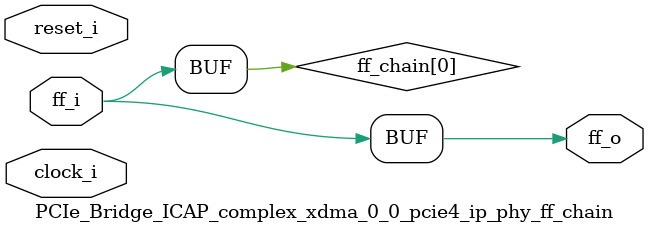
<source format=v>
/*****************************************************************************
** Description:
**    Flop Chain
**
******************************************************************************/

`timescale 1ps/1ps

`define AS_PHYREG(clk, reset, q, d, rstval)  \
   always @(posedge clk or posedge reset) begin \
      if (reset) \
         q  <= #(TCQ)   rstval;  \
      else  \
         q  <= #(TCQ)   d; \
   end

`define PHYREG(clk, reset, q, d, rstval)  \
   always @(posedge clk) begin \
      if (reset) \
         q  <= #(TCQ)   rstval;  \
      else  \
         q  <= #(TCQ)   d; \
   end

(* DowngradeIPIdentifiedWarnings = "yes" *)
module PCIe_Bridge_ICAP_complex_xdma_0_0_pcie4_ip_phy_ff_chain #(
   // Parameters
   parameter integer PIPELINE_STAGES   = 0,        // 0 = no pipeline; 1 = 1 stage; 2 = 2 stages; 3 = 3 stages
   parameter         ASYNC             = "FALSE",
   parameter integer FF_WIDTH          = 1,
   parameter integer RST_VAL           = 0,
   parameter integer TCQ               = 1
)  (   
   input  wire                         clock_i,          
   input  wire                         reset_i,           
   input  wire [FF_WIDTH-1:0]          ff_i,            
   output wire [FF_WIDTH-1:0]          ff_o        
   );

   genvar   var_i;

   reg   [FF_WIDTH-1:0]          ff_chain [PIPELINE_STAGES:0];

   always @(*) ff_chain[0] = ff_i;

generate
   if (PIPELINE_STAGES > 0) begin:  with_ff_chain
      for (var_i = 0; var_i < PIPELINE_STAGES; var_i = var_i + 1) begin: ff_chain_gen
         if (ASYNC == "TRUE") begin: async_rst
            `AS_PHYREG(clock_i, reset_i, ff_chain[var_i+1], ff_chain[var_i], RST_VAL)
         end else begin: sync_rst
            `PHYREG(clock_i, reset_i, ff_chain[var_i+1], ff_chain[var_i], RST_VAL)
         end
      end
   end
endgenerate

   assign ff_o = ff_chain[PIPELINE_STAGES];

endmodule

</source>
